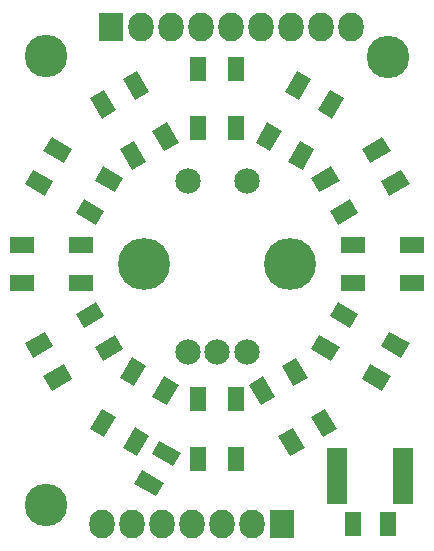
<source format=gts>
G04 #@! TF.FileFunction,Soldermask,Top*
%FSLAX46Y46*%
G04 Gerber Fmt 4.6, Leading zero omitted, Abs format (unit mm)*
G04 Created by KiCad (PCBNEW 4.0.2-stable) date 01.05.2016 06:04:37*
%MOMM*%
G01*
G04 APERTURE LIST*
%ADD10C,0.100000*%
%ADD11C,3.600000*%
%ADD12C,2.150000*%
%ADD13O,4.400000X4.400000*%
%ADD14R,2.127200X2.432000*%
%ADD15O,2.127200X2.432000*%
%ADD16R,1.400000X2.000000*%
%ADD17R,1.797000X0.831800*%
%ADD18R,2.000000X1.400000*%
G04 APERTURE END LIST*
D10*
D11*
X114500000Y-82500000D03*
X85560240Y-82438140D03*
D12*
X97500000Y-107500000D03*
X102500000Y-107500000D03*
X100000000Y-107500000D03*
X102500000Y-93000000D03*
X97500000Y-93000000D03*
D13*
X106200000Y-100000000D03*
X93800000Y-100000000D03*
D14*
X105500000Y-122000000D03*
D15*
X102960000Y-122000000D03*
X100420000Y-122000000D03*
X97880000Y-122000000D03*
X95340000Y-122000000D03*
X92800000Y-122000000D03*
X90260000Y-122000000D03*
D10*
G36*
X114569039Y-94241859D02*
X113869039Y-93029423D01*
X115601089Y-92029423D01*
X116301089Y-93241859D01*
X114569039Y-94241859D01*
X114569039Y-94241859D01*
G37*
G36*
X112969039Y-91470577D02*
X112269039Y-90258141D01*
X114001089Y-89258141D01*
X114701089Y-90470577D01*
X112969039Y-91470577D01*
X112969039Y-91470577D01*
G37*
G36*
X110238911Y-96741859D02*
X109538911Y-95529423D01*
X111270961Y-94529423D01*
X111970961Y-95741859D01*
X110238911Y-96741859D01*
X110238911Y-96741859D01*
G37*
G36*
X108638911Y-93970577D02*
X107938911Y-92758141D01*
X109670961Y-91758141D01*
X110370961Y-92970577D01*
X108638911Y-93970577D01*
X108638911Y-93970577D01*
G37*
D16*
X114517300Y-122019060D03*
X111517300Y-122019060D03*
D17*
X115783360Y-119908320D03*
X115783360Y-119273320D03*
X115783360Y-118612920D03*
X115783360Y-117977920D03*
X115783360Y-117317520D03*
X115783360Y-116669820D03*
X115783360Y-116022120D03*
X110195360Y-116022120D03*
X110195360Y-116669820D03*
X110195360Y-117317520D03*
X110195360Y-117977920D03*
X110195360Y-118625620D03*
X110195360Y-119273320D03*
X110195360Y-119921020D03*
D10*
G36*
X94827387Y-119666254D02*
X93008733Y-118616254D01*
X93658733Y-117490420D01*
X95477387Y-118540420D01*
X94827387Y-119666254D01*
X94827387Y-119666254D01*
G37*
G36*
X96277387Y-117154780D02*
X94458733Y-116104780D01*
X95108733Y-114978946D01*
X96927387Y-116028946D01*
X96277387Y-117154780D01*
X96277387Y-117154780D01*
G37*
D18*
X116500000Y-101600000D03*
X116500000Y-98400000D03*
X111500000Y-101600000D03*
X111500000Y-98400000D03*
D10*
G36*
X112269039Y-109741859D02*
X112969039Y-108529423D01*
X114701089Y-109529423D01*
X114001089Y-110741859D01*
X112269039Y-109741859D01*
X112269039Y-109741859D01*
G37*
G36*
X113869039Y-106970577D02*
X114569039Y-105758141D01*
X116301089Y-106758141D01*
X115601089Y-107970577D01*
X113869039Y-106970577D01*
X113869039Y-106970577D01*
G37*
G36*
X107938911Y-107241859D02*
X108638911Y-106029423D01*
X110370961Y-107029423D01*
X109670961Y-108241859D01*
X107938911Y-107241859D01*
X107938911Y-107241859D01*
G37*
G36*
X109538911Y-104470577D02*
X110238911Y-103258141D01*
X111970961Y-104258141D01*
X111270961Y-105470577D01*
X109538911Y-104470577D01*
X109538911Y-104470577D01*
G37*
G36*
X105195820Y-114578223D02*
X106408256Y-113878223D01*
X107408256Y-115610273D01*
X106195820Y-116310273D01*
X105195820Y-114578223D01*
X105195820Y-114578223D01*
G37*
G36*
X107967102Y-112978223D02*
X109179538Y-112278223D01*
X110179538Y-114010273D01*
X108967102Y-114710273D01*
X107967102Y-112978223D01*
X107967102Y-112978223D01*
G37*
G36*
X102695820Y-110248095D02*
X103908256Y-109548095D01*
X104908256Y-111280145D01*
X103695820Y-111980145D01*
X102695820Y-110248095D01*
X102695820Y-110248095D01*
G37*
G36*
X105467102Y-108648095D02*
X106679538Y-107948095D01*
X107679538Y-109680145D01*
X106467102Y-110380145D01*
X105467102Y-108648095D01*
X105467102Y-108648095D01*
G37*
D16*
X98400000Y-116500000D03*
X101600000Y-116500000D03*
X98400000Y-111500000D03*
X101600000Y-111500000D03*
D10*
G36*
X90258141Y-112269039D02*
X91470577Y-112969039D01*
X90470577Y-114701089D01*
X89258141Y-114001089D01*
X90258141Y-112269039D01*
X90258141Y-112269039D01*
G37*
G36*
X93029423Y-113869039D02*
X94241859Y-114569039D01*
X93241859Y-116301089D01*
X92029423Y-115601089D01*
X93029423Y-113869039D01*
X93029423Y-113869039D01*
G37*
G36*
X92758141Y-107938911D02*
X93970577Y-108638911D01*
X92970577Y-110370961D01*
X91758141Y-109670961D01*
X92758141Y-107938911D01*
X92758141Y-107938911D01*
G37*
G36*
X95529423Y-109538911D02*
X96741859Y-110238911D01*
X95741859Y-111970961D01*
X94529423Y-111270961D01*
X95529423Y-109538911D01*
X95529423Y-109538911D01*
G37*
G36*
X85430961Y-105758141D02*
X86130961Y-106970577D01*
X84398911Y-107970577D01*
X83698911Y-106758141D01*
X85430961Y-105758141D01*
X85430961Y-105758141D01*
G37*
G36*
X87030961Y-108529423D02*
X87730961Y-109741859D01*
X85998911Y-110741859D01*
X85298911Y-109529423D01*
X87030961Y-108529423D01*
X87030961Y-108529423D01*
G37*
G36*
X89761089Y-103258141D02*
X90461089Y-104470577D01*
X88729039Y-105470577D01*
X88029039Y-104258141D01*
X89761089Y-103258141D01*
X89761089Y-103258141D01*
G37*
G36*
X91361089Y-106029423D02*
X92061089Y-107241859D01*
X90329039Y-108241859D01*
X89629039Y-107029423D01*
X91361089Y-106029423D01*
X91361089Y-106029423D01*
G37*
D18*
X83500000Y-98400000D03*
X83500000Y-101600000D03*
X88500000Y-98400000D03*
X88500000Y-101600000D03*
D10*
G36*
X87730961Y-90258141D02*
X87030961Y-91470577D01*
X85298911Y-90470577D01*
X85998911Y-89258141D01*
X87730961Y-90258141D01*
X87730961Y-90258141D01*
G37*
G36*
X86130961Y-93029423D02*
X85430961Y-94241859D01*
X83698911Y-93241859D01*
X84398911Y-92029423D01*
X86130961Y-93029423D01*
X86130961Y-93029423D01*
G37*
G36*
X92061089Y-92758141D02*
X91361089Y-93970577D01*
X89629039Y-92970577D01*
X90329039Y-91758141D01*
X92061089Y-92758141D01*
X92061089Y-92758141D01*
G37*
G36*
X90461089Y-95529423D02*
X89761089Y-96741859D01*
X88029039Y-95741859D01*
X88729039Y-94529423D01*
X90461089Y-95529423D01*
X90461089Y-95529423D01*
G37*
G36*
X94241859Y-85430961D02*
X93029423Y-86130961D01*
X92029423Y-84398911D01*
X93241859Y-83698911D01*
X94241859Y-85430961D01*
X94241859Y-85430961D01*
G37*
G36*
X91470577Y-87030961D02*
X90258141Y-87730961D01*
X89258141Y-85998911D01*
X90470577Y-85298911D01*
X91470577Y-87030961D01*
X91470577Y-87030961D01*
G37*
G36*
X96741859Y-89761089D02*
X95529423Y-90461089D01*
X94529423Y-88729039D01*
X95741859Y-88029039D01*
X96741859Y-89761089D01*
X96741859Y-89761089D01*
G37*
G36*
X93970577Y-91361089D02*
X92758141Y-92061089D01*
X91758141Y-90329039D01*
X92970577Y-89629039D01*
X93970577Y-91361089D01*
X93970577Y-91361089D01*
G37*
D16*
X101600000Y-83500000D03*
X98400000Y-83500000D03*
X101600000Y-88500000D03*
X98400000Y-88500000D03*
D10*
G36*
X109741859Y-87730961D02*
X108529423Y-87030961D01*
X109529423Y-85298911D01*
X110741859Y-85998911D01*
X109741859Y-87730961D01*
X109741859Y-87730961D01*
G37*
G36*
X106970577Y-86130961D02*
X105758141Y-85430961D01*
X106758141Y-83698911D01*
X107970577Y-84398911D01*
X106970577Y-86130961D01*
X106970577Y-86130961D01*
G37*
G36*
X107241859Y-92061089D02*
X106029423Y-91361089D01*
X107029423Y-89629039D01*
X108241859Y-90329039D01*
X107241859Y-92061089D01*
X107241859Y-92061089D01*
G37*
G36*
X104470577Y-90461089D02*
X103258141Y-89761089D01*
X104258141Y-88029039D01*
X105470577Y-88729039D01*
X104470577Y-90461089D01*
X104470577Y-90461089D01*
G37*
D14*
X91000000Y-80000000D03*
D15*
X93540000Y-80000000D03*
X96080000Y-80000000D03*
X98620000Y-80000000D03*
X101160000Y-80000000D03*
X103700000Y-80000000D03*
X106240000Y-80000000D03*
X108780000Y-80000000D03*
X111320000Y-80000000D03*
D11*
X85560240Y-120438140D03*
M02*

</source>
